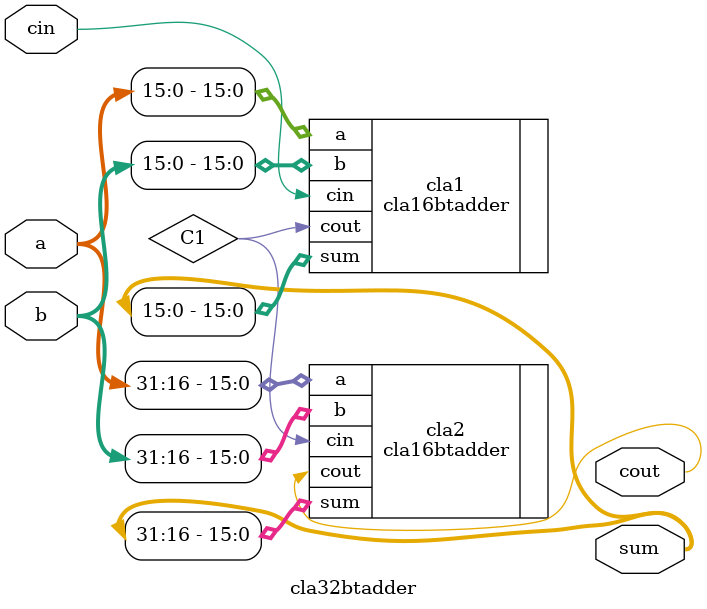
<source format=v>
`timescale 1ns / 1ps


module cla32btadder(a,b, cin, sum,cout);
input [31:0] a,b;
input cin;
output [31:0] sum;
output cout;
wire C1;
 
cla16btadder cla1 (.a(a[15:0]), .b(b[15:0]), .cin(cin), .sum(sum[15:0]), .cout(C1));
cla16btadder cla2 (.a(a[31:16]), .b(b[31:16]), .cin(C1), .sum(sum[31:16]), .cout(cout));

endmodule

</source>
